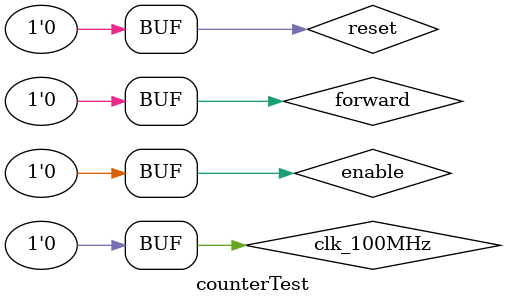
<source format=v>
`timescale 1ns / 1ps


module counterTest;

	// Inputs
	reg enable;
	reg clk_100MHz;
	reg reset;
	reg forward;

	// Outputs
	wire a;
	wire b;
	wire c;
	wire d;
	wire e;
	wire f;
	wire g;
	wire dp;
	wire [3:0] an;

	// Instantiate the Unit Under Test (UUT)
	Counter uut (
		.enable(enable), 
		.clk_100MHz(clk_100MHz), 
		.reset(reset), 
		.forward(forward), 
		.a(a), 
		.b(b), 
		.c(c), 
		.d(d), 
		.e(e), 
		.f(f), 
		.g(g), 
		.dp(dp), 
		.an(an)
	);

	initial begin
		// Initialize Inputs
		enable = 0;
		clk_100MHz = 0;
		reset = 0;
		forward = 0;

		// Wait 100 ns for global reset to finish
		#100;
        
		// Add stimulus here

	end
      
endmodule


</source>
